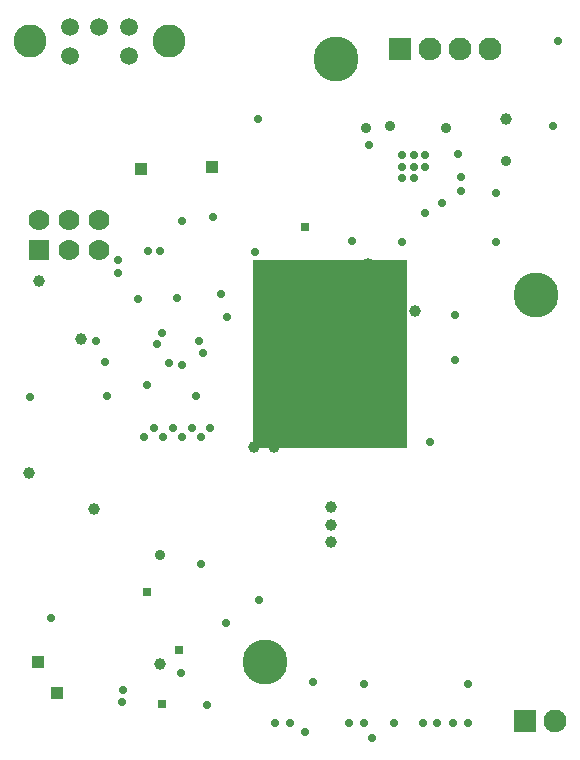
<source format=gbs>
G75*
%MOIN*%
%OFA0B0*%
%FSLAX25Y25*%
%IPPOS*%
%LPD*%
%AMOC8*
5,1,8,0,0,1.08239X$1,22.5*
%
%ADD10R,0.51181X0.62992*%
%ADD11C,0.07000*%
%ADD12R,0.07000X0.07000*%
%ADD13C,0.07600*%
%ADD14R,0.07600X0.07600*%
%ADD15C,0.05937*%
%ADD16C,0.11024*%
%ADD17C,0.02781*%
%ADD18C,0.03569*%
%ADD19C,0.15000*%
%ADD20R,0.02781X0.02781*%
%ADD21C,0.03962*%
%ADD22R,0.03962X0.03962*%
D10*
X0148422Y0166413D03*
D11*
X0071650Y0201295D03*
X0061650Y0201295D03*
X0061650Y0211295D03*
X0051650Y0211295D03*
X0071650Y0211295D03*
D12*
X0051650Y0201295D03*
D13*
X0181965Y0268382D03*
X0191965Y0268382D03*
X0201965Y0268382D03*
X0223383Y0044366D03*
D14*
X0213383Y0044366D03*
X0171965Y0268382D03*
D15*
X0081493Y0265823D03*
X0081493Y0275665D03*
X0071650Y0275665D03*
X0061808Y0275665D03*
X0061808Y0265823D03*
D16*
X0048619Y0270744D03*
X0094682Y0270744D03*
D17*
X0124603Y0244957D03*
X0109642Y0212280D03*
X0099209Y0210902D03*
X0091926Y0201059D03*
X0087792Y0201059D03*
X0077949Y0197909D03*
X0077949Y0193579D03*
X0084642Y0184917D03*
X0092516Y0173500D03*
X0090942Y0169957D03*
X0094879Y0163657D03*
X0099209Y0162870D03*
X0106296Y0166807D03*
X0104721Y0170744D03*
X0114170Y0179012D03*
X0112201Y0186492D03*
X0123619Y0200665D03*
X0097438Y0185311D03*
X0073619Y0164051D03*
X0070469Y0170744D03*
X0074012Y0152634D03*
X0087398Y0156177D03*
X0089760Y0142004D03*
X0086611Y0138854D03*
X0092910Y0138854D03*
X0096060Y0142004D03*
X0099209Y0138854D03*
X0102359Y0142004D03*
X0105509Y0138854D03*
X0108658Y0142004D03*
X0103934Y0152634D03*
X0105509Y0096728D03*
X0113776Y0077043D03*
X0124800Y0084524D03*
X0142910Y0057358D03*
X0135036Y0043579D03*
X0130312Y0043579D03*
X0140154Y0040429D03*
X0154721Y0043579D03*
X0159839Y0043579D03*
X0162398Y0038657D03*
X0169682Y0043579D03*
X0179524Y0043579D03*
X0184249Y0043579D03*
X0189367Y0043579D03*
X0194485Y0043579D03*
X0194485Y0056571D03*
X0159839Y0056571D03*
X0107477Y0049484D03*
X0098816Y0060114D03*
X0079524Y0054602D03*
X0079131Y0050665D03*
X0055509Y0078618D03*
X0048422Y0152240D03*
X0155902Y0204209D03*
X0172438Y0203815D03*
X0180312Y0213657D03*
X0185823Y0216807D03*
X0192123Y0220744D03*
X0192123Y0225469D03*
X0191335Y0233343D03*
X0180312Y0232949D03*
X0180312Y0229012D03*
X0176375Y0229012D03*
X0176375Y0232949D03*
X0172438Y0232949D03*
X0172438Y0229012D03*
X0172438Y0225075D03*
X0176375Y0225075D03*
X0161414Y0236098D03*
X0203934Y0220350D03*
X0203934Y0203815D03*
X0190154Y0179406D03*
X0190154Y0164445D03*
X0181886Y0137280D03*
X0222831Y0242398D03*
X0224406Y0270744D03*
D18*
X0207083Y0230980D03*
X0187005Y0242004D03*
X0168501Y0242398D03*
X0160430Y0242004D03*
X0091729Y0099484D03*
D19*
X0126768Y0064051D03*
X0217320Y0186098D03*
X0150390Y0264839D03*
D20*
X0140154Y0208933D03*
X0087398Y0087280D03*
X0098028Y0067988D03*
X0092516Y0049878D03*
D21*
X0091729Y0063264D03*
X0069682Y0114839D03*
X0048028Y0127043D03*
X0065351Y0171531D03*
X0051572Y0190823D03*
X0123225Y0135705D03*
X0129918Y0135705D03*
X0148816Y0115626D03*
X0148816Y0109720D03*
X0148816Y0103815D03*
X0128737Y0162476D03*
X0145272Y0180980D03*
X0161020Y0180980D03*
X0161020Y0165232D03*
X0176768Y0180980D03*
X0161020Y0196728D03*
X0207083Y0244760D03*
D22*
X0051178Y0064051D03*
X0057477Y0053421D03*
X0085430Y0228224D03*
X0109052Y0229012D03*
M02*

</source>
